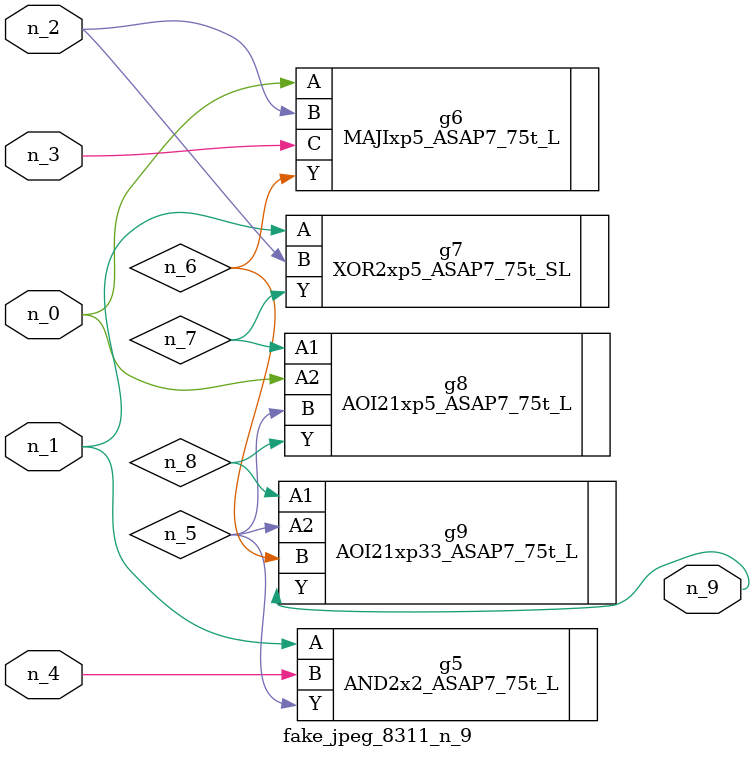
<source format=v>
module fake_jpeg_8311_n_9 (n_3, n_2, n_1, n_0, n_4, n_9);

input n_3;
input n_2;
input n_1;
input n_0;
input n_4;

output n_9;

wire n_8;
wire n_6;
wire n_5;
wire n_7;

AND2x2_ASAP7_75t_L g5 ( 
.A(n_1),
.B(n_4),
.Y(n_5)
);

MAJIxp5_ASAP7_75t_L g6 ( 
.A(n_0),
.B(n_2),
.C(n_3),
.Y(n_6)
);

XOR2xp5_ASAP7_75t_SL g7 ( 
.A(n_1),
.B(n_2),
.Y(n_7)
);

AOI21xp5_ASAP7_75t_L g8 ( 
.A1(n_7),
.A2(n_0),
.B(n_5),
.Y(n_8)
);

AOI21xp33_ASAP7_75t_L g9 ( 
.A1(n_8),
.A2(n_5),
.B(n_6),
.Y(n_9)
);


endmodule
</source>
